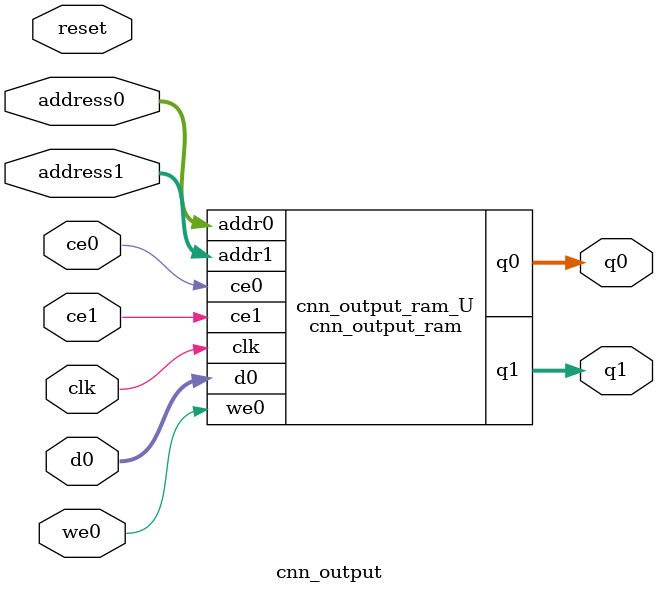
<source format=v>
`timescale 1 ns / 1 ps
module cnn_output_ram (addr0, ce0, d0, we0, q0, addr1, ce1, q1,  clk);

parameter DWIDTH = 32;
parameter AWIDTH = 8;
parameter MEM_SIZE = 200;

input[AWIDTH-1:0] addr0;
input ce0;
input[DWIDTH-1:0] d0;
input we0;
output reg[DWIDTH-1:0] q0;
input[AWIDTH-1:0] addr1;
input ce1;
output reg[DWIDTH-1:0] q1;
input clk;

reg [DWIDTH-1:0] ram[0:MEM_SIZE-1];




always @(posedge clk)  
begin 
    if (ce0) begin
        if (we0) 
            ram[addr0] <= d0; 
        q0 <= ram[addr0];
    end
end


always @(posedge clk)  
begin 
    if (ce1) begin
        q1 <= ram[addr1];
    end
end


endmodule

`timescale 1 ns / 1 ps
module cnn_output(
    reset,
    clk,
    address0,
    ce0,
    we0,
    d0,
    q0,
    address1,
    ce1,
    q1);

parameter DataWidth = 32'd32;
parameter AddressRange = 32'd200;
parameter AddressWidth = 32'd8;
input reset;
input clk;
input[AddressWidth - 1:0] address0;
input ce0;
input we0;
input[DataWidth - 1:0] d0;
output[DataWidth - 1:0] q0;
input[AddressWidth - 1:0] address1;
input ce1;
output[DataWidth - 1:0] q1;



cnn_output_ram cnn_output_ram_U(
    .clk( clk ),
    .addr0( address0 ),
    .ce0( ce0 ),
    .we0( we0 ),
    .d0( d0 ),
    .q0( q0 ),
    .addr1( address1 ),
    .ce1( ce1 ),
    .q1( q1 ));

endmodule


</source>
